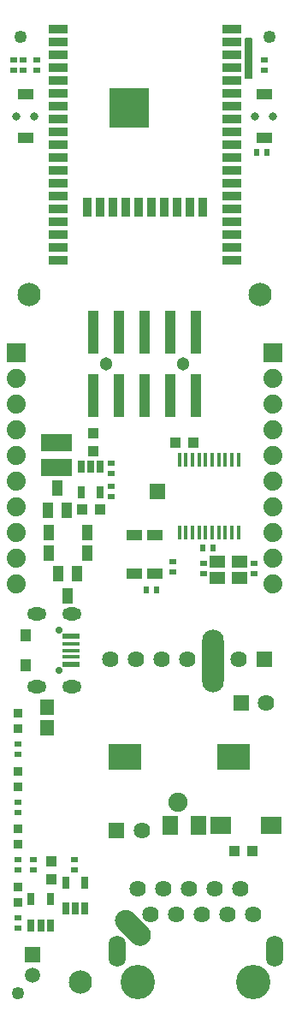
<source format=gbr>
G04 #@! TF.GenerationSoftware,KiCad,Pcbnew,5.1.6-c6e7f7d~87~ubuntu18.04.1*
G04 #@! TF.CreationDate,2022-10-10T13:55:49+03:00*
G04 #@! TF.ProjectId,ESP32-PoE-ISO_Rev_L,45535033-322d-4506-9f45-2d49534f5f52,L*
G04 #@! TF.SameCoordinates,Original*
G04 #@! TF.FileFunction,Soldermask,Top*
G04 #@! TF.FilePolarity,Negative*
%FSLAX46Y46*%
G04 Gerber Fmt 4.6, Leading zero omitted, Abs format (unit mm)*
G04 Created by KiCad (PCBNEW 5.1.6-c6e7f7d~87~ubuntu18.04.1) date 2022-10-10 13:55:49*
%MOMM*%
%LPD*%
G01*
G04 APERTURE LIST*
%ADD10R,1.601600X1.001600*%
%ADD11C,0.801600*%
%ADD12R,3.101600X1.701600*%
%ADD13C,1.625600*%
%ADD14R,1.625600X1.625600*%
%ADD15R,1.501600X1.301600*%
%ADD16R,1.501600X1.101600*%
%ADD17R,1.101600X1.501600*%
%ADD18R,0.651600X0.601600*%
%ADD19R,0.651600X1.301600*%
%ADD20R,1.371600X1.625600*%
%ADD21R,0.901600X0.901600*%
%ADD22R,0.601600X0.651600*%
%ADD23C,1.879600*%
%ADD24R,1.879600X1.879600*%
%ADD25R,1.117600X1.117600*%
%ADD26R,0.426600X1.371600*%
%ADD27C,1.254000*%
%ADD28R,1.524000X1.524000*%
%ADD29R,3.301600X2.601600*%
%ADD30O,2.133600X6.197600*%
%ADD31C,1.301600*%
%ADD32R,1.101600X4.351600*%
%ADD33R,1.751600X0.601600*%
%ADD34R,1.751600X0.426600*%
%ADD35C,0.701600*%
%ADD36R,1.101600X1.201600*%
%ADD37O,1.901600X1.301600*%
%ADD38C,3.401601*%
%ADD39O,1.701600X3.101599*%
%ADD40R,2.101600X1.801600*%
%ADD41R,1.625600X1.879600*%
%ADD42C,1.901600*%
%ADD43R,1.901600X0.901600*%
%ADD44R,0.901600X1.901600*%
%ADD45R,4.001600X4.001600*%
%ADD46C,1.601600*%
%ADD47C,2.301600*%
%ADD48R,1.501600X1.501600*%
%ADD49C,1.501600*%
%ADD50C,0.203200*%
G04 APERTURE END LIST*
D10*
X115959000Y-101999000D03*
X115959000Y-97645000D03*
D11*
X115059000Y-99822000D03*
X116859000Y-99822000D03*
D10*
X92321000Y-101999000D03*
X92321000Y-97645000D03*
D11*
X91421000Y-99822000D03*
X93221000Y-99822000D03*
D12*
X95377000Y-132150000D03*
X95377000Y-134550000D03*
D13*
X113411000Y-153543000D03*
D14*
X115951000Y-153543000D03*
D13*
X108331000Y-153543000D03*
X105791000Y-153543000D03*
X100711000Y-153543000D03*
X103251000Y-153543000D03*
D15*
X111338000Y-143853000D03*
X113538000Y-145453000D03*
X113538000Y-143853000D03*
X111338000Y-145453000D03*
D13*
X103866000Y-170434000D03*
D14*
X101366000Y-170434000D03*
D16*
X105156000Y-145029000D03*
X105156000Y-141229000D03*
X103124000Y-145029000D03*
X103124000Y-141229000D03*
G36*
G01*
X102935679Y-181571462D02*
X101498838Y-180134622D01*
G75*
G02*
X101498838Y-178625938I754342J754342D01*
G01*
X101498838Y-178625938D01*
G75*
G02*
X103007522Y-178625938I754342J-754342D01*
G01*
X104444362Y-180062778D01*
G75*
G02*
X104444362Y-181571462I-754342J-754342D01*
G01*
X104444362Y-181571462D01*
G75*
G02*
X102935678Y-181571462I-754342J754342D01*
G01*
G37*
D17*
X94620000Y-140970000D03*
X98420000Y-140970000D03*
X98420000Y-143002000D03*
X94620000Y-143002000D03*
D18*
X92075000Y-95250000D03*
X92075000Y-94234000D03*
X91186000Y-94234000D03*
X91186000Y-95250000D03*
X93091000Y-173355000D03*
X93091000Y-174371000D03*
D19*
X92903000Y-179862000D03*
X93853000Y-179862000D03*
X94803000Y-179862000D03*
X92903000Y-177262000D03*
X94803000Y-177262000D03*
D20*
X94488000Y-158242000D03*
X94488000Y-160274000D03*
D21*
X91567000Y-164592000D03*
X91567000Y-166116000D03*
X91567000Y-160401000D03*
X91567000Y-158877000D03*
D18*
X97155000Y-173355000D03*
X97155000Y-174371000D03*
X100838000Y-137414000D03*
X100838000Y-136398000D03*
X100838000Y-134112000D03*
X100838000Y-135128000D03*
X91567000Y-174371000D03*
X91567000Y-173355000D03*
X91567000Y-162941000D03*
X91567000Y-161925000D03*
X91567000Y-168656000D03*
X91567000Y-167640000D03*
X91567000Y-180086000D03*
X91567000Y-179070000D03*
D22*
X104267000Y-146685000D03*
X105283000Y-146685000D03*
X110871000Y-142494000D03*
X109855000Y-142494000D03*
D23*
X116840000Y-146080000D03*
X116840000Y-143540000D03*
X116840000Y-138460000D03*
X116840000Y-141000000D03*
X116840000Y-135920000D03*
X116840000Y-133380000D03*
D24*
X116840000Y-123220000D03*
D23*
X116840000Y-125760000D03*
X116840000Y-128300000D03*
X116840000Y-130840000D03*
X91440000Y-130840000D03*
X91440000Y-128300000D03*
X91440000Y-125760000D03*
D24*
X91440000Y-123220000D03*
D23*
X91440000Y-133380000D03*
X91440000Y-135920000D03*
X91440000Y-141000000D03*
X91440000Y-138460000D03*
X91440000Y-143540000D03*
X91440000Y-146080000D03*
D25*
X99695000Y-138684000D03*
X97917000Y-138684000D03*
X94869000Y-173482000D03*
X94869000Y-175260000D03*
D19*
X99756000Y-134463000D03*
X98806000Y-134463000D03*
X97856000Y-134463000D03*
X99756000Y-137063000D03*
X97856000Y-137063000D03*
D26*
X107565000Y-141033500D03*
X108215000Y-141033500D03*
X108865000Y-141033500D03*
X109515000Y-141033500D03*
X110165000Y-141033500D03*
X110815000Y-141033500D03*
X111465000Y-141033500D03*
X112115000Y-141033500D03*
X112765000Y-141033500D03*
X113415000Y-141033500D03*
X113415000Y-133794500D03*
X112765000Y-133794500D03*
X112115000Y-133794500D03*
X111465000Y-133794500D03*
X110815000Y-133794500D03*
X110165000Y-133794500D03*
X109515000Y-133794500D03*
X108865000Y-133794500D03*
X108215000Y-133794500D03*
X107565000Y-133794500D03*
D27*
X91567000Y-186563000D03*
X116459000Y-92000000D03*
X91821000Y-92000000D03*
D21*
X91567000Y-171831000D03*
X91567000Y-170307000D03*
D25*
X99060000Y-132969000D03*
X99060000Y-131191000D03*
D21*
X91567000Y-177546000D03*
X91567000Y-176022000D03*
D25*
X107188000Y-132080000D03*
X108966000Y-132080000D03*
D17*
X94554040Y-138775440D03*
X96456500Y-138775440D03*
X95501460Y-136565640D03*
X97469960Y-145069560D03*
X95567500Y-145069560D03*
X96522540Y-147279360D03*
D18*
X115951000Y-94234000D03*
X115951000Y-95250000D03*
X114935000Y-145034000D03*
X114935000Y-144018000D03*
D28*
X105410000Y-136906000D03*
D18*
X109982000Y-144018000D03*
X109982000Y-145034000D03*
X93472000Y-95250000D03*
X93472000Y-94234000D03*
D29*
X112919000Y-163195000D03*
X102219000Y-163195000D03*
D18*
X106934000Y-144907000D03*
X106934000Y-143891000D03*
D30*
X110871000Y-153733500D03*
D31*
X107950000Y-124333000D03*
D32*
X99060000Y-127458000D03*
X99060000Y-121208000D03*
X101600000Y-127458000D03*
X101600000Y-121208000D03*
X104140000Y-127458000D03*
X104140000Y-121208000D03*
X106680000Y-127458000D03*
X106680000Y-121208000D03*
X109220000Y-127458000D03*
X109220000Y-121208000D03*
D31*
X100330000Y-124333000D03*
D33*
X96876000Y-151266500D03*
D34*
X96876000Y-152004000D03*
X96876000Y-152654000D03*
X96876000Y-153304000D03*
D33*
X96876000Y-154041500D03*
D35*
X95626000Y-150654000D03*
X95626000Y-154654000D03*
D36*
X92326000Y-151154000D03*
X92326000Y-154154000D03*
D37*
X93476000Y-149054000D03*
X96946000Y-149054000D03*
X96946000Y-156254000D03*
X93476000Y-156254000D03*
D19*
X96332000Y-178211000D03*
X97282000Y-178211000D03*
X98232000Y-178211000D03*
X96332000Y-175611000D03*
X98232000Y-175611000D03*
D38*
X114915000Y-185443000D03*
X103485000Y-185443000D03*
D39*
X117000000Y-182393000D03*
X101400000Y-182393000D03*
D13*
X114915000Y-178793000D03*
X113645000Y-176253000D03*
X112375000Y-178793000D03*
X111105000Y-176253000D03*
X109835000Y-178793000D03*
X108565000Y-176253000D03*
X107295000Y-178793000D03*
X106025000Y-176253000D03*
X104755000Y-178793000D03*
X103485000Y-176253000D03*
X116185000Y-157861000D03*
D14*
X113685000Y-157861000D03*
D40*
X116673000Y-169926000D03*
X111673000Y-169926000D03*
D41*
X106680000Y-169926000D03*
X109474000Y-169926000D03*
D42*
X107442000Y-167646000D03*
D25*
X114808000Y-172466000D03*
X113030000Y-172466000D03*
D43*
X112740000Y-112771000D03*
X112740000Y-111501000D03*
X112740000Y-110231000D03*
X112740000Y-108961000D03*
X112740000Y-114041000D03*
X95540000Y-114041000D03*
X95540000Y-108961000D03*
X95540000Y-110231000D03*
X95540000Y-111501000D03*
X95540000Y-112771000D03*
X95540000Y-91181000D03*
X95540000Y-92451000D03*
X95540000Y-93721000D03*
X95540000Y-94991000D03*
X95540000Y-96261000D03*
X95540000Y-97531000D03*
X95540000Y-98801000D03*
X95540000Y-100071000D03*
X95540000Y-101341000D03*
X95540000Y-102611000D03*
X95540000Y-103881000D03*
X95540000Y-105151000D03*
X95540000Y-106421000D03*
X95540000Y-107691000D03*
D44*
X98425000Y-108841000D03*
X99695000Y-108841000D03*
X100965000Y-108841000D03*
X102235000Y-108841000D03*
X103505000Y-108841000D03*
X104775000Y-108841000D03*
X106045000Y-108841000D03*
X107315000Y-108841000D03*
X108585000Y-108841000D03*
X109855000Y-108841000D03*
D43*
X112740000Y-107691000D03*
X112740000Y-106421000D03*
X112740000Y-105151000D03*
X112740000Y-103881000D03*
X112740000Y-102611000D03*
X112740000Y-101341000D03*
X112740000Y-100071000D03*
X112740000Y-98801000D03*
X112740000Y-97531000D03*
X112740000Y-96261000D03*
X112740000Y-94991000D03*
X112740000Y-93721000D03*
X112740000Y-92451000D03*
X112740000Y-91181000D03*
D45*
X102640000Y-98981000D03*
D46*
X102640000Y-98981000D03*
D22*
X115189000Y-103378000D03*
X116205000Y-103378000D03*
D47*
X97790000Y-185420000D03*
X92710000Y-117475000D03*
X115570000Y-117475000D03*
D48*
X93070680Y-182740300D03*
D49*
X93073220Y-184769760D03*
D50*
G36*
X114706400Y-96037400D02*
G01*
X114147600Y-96037400D01*
X114147600Y-92176600D01*
X114706400Y-92176600D01*
X114706400Y-96037400D01*
G37*
X114706400Y-96037400D02*
X114147600Y-96037400D01*
X114147600Y-92176600D01*
X114706400Y-92176600D01*
X114706400Y-96037400D01*
M02*

</source>
